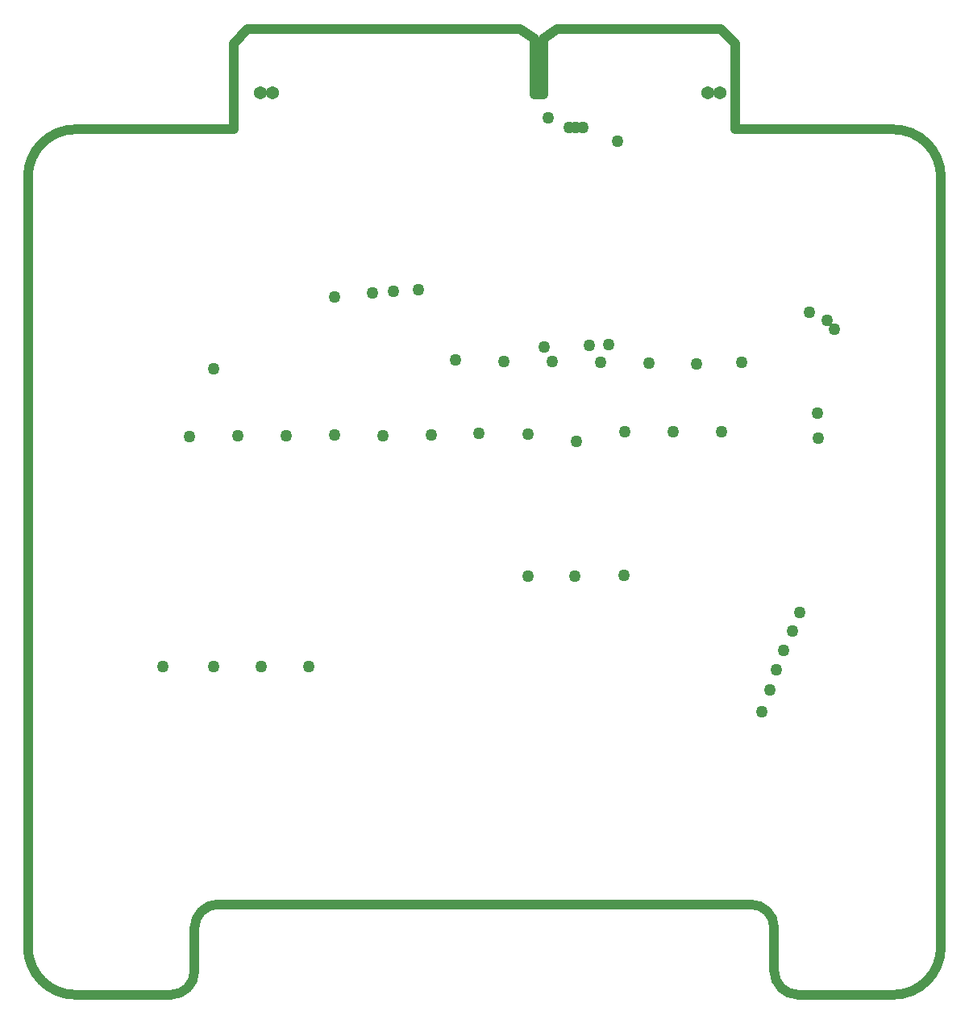
<source format=gbr>
%TF.GenerationSoftware,Altium Limited,Altium Designer,22.11.1 (43)*%
G04 Layer_Physical_Order=2*
G04 Layer_Color=32768*
%FSLAX45Y45*%
%MOMM*%
%TF.SameCoordinates,AD8EF09A-55C0-4CAF-97A9-B7ED8585E017*%
%TF.FilePolarity,Negative*%
%TF.FileFunction,Copper,L2,Inr,Plane*%
%TF.Part,Single*%
G01*
G75*
%TA.AperFunction,NonConductor*%
%ADD17C,1.01600*%
%TA.AperFunction,ViaPad*%
%ADD18C,1.37200*%
%ADD19C,1.27000*%
D17*
Y500000D02*
G03*
X500000Y0I500000J0D01*
G01*
Y9080500D02*
G03*
X0Y8580500I0J-500000D01*
G01*
X9588500D02*
G03*
X9088500Y9080500I-500000J0D01*
G01*
Y0D02*
G03*
X9588500Y500000I0J500000D01*
G01*
X7838500Y250000D02*
G03*
X8088500Y0I250000J0D01*
G01*
X7838500Y700000D02*
G03*
X7588500Y950000I-250000J0D01*
G01*
X2000000D02*
G03*
X1750000Y700000I0J-250000D01*
G01*
X1500000Y0D02*
G03*
X1750000Y250000I-0J250000D01*
G01*
X0Y500000D02*
Y8580500D01*
X500000Y9080500D02*
X2160250D01*
X2160200Y9982500D02*
X2160250Y9080500D01*
X2160200Y9982500D02*
X2310200Y10132300D01*
X5170200D01*
X5320200Y10032300D01*
X5320250Y9444500D01*
X5411200D01*
Y10032300D01*
X5561200Y10132300D01*
Y10132500D01*
X7278200D01*
X7278200Y10132300D02*
X7278200Y10132500D01*
X7278200Y10132300D02*
X7428200Y9982500D01*
Y9080500D02*
Y9982500D01*
Y9080500D02*
X9088500D01*
X9588500Y500000D02*
Y8580500D01*
X8088500Y0D02*
X9088500D01*
X7838500Y250000D02*
Y700000D01*
X2000000Y950000D02*
X7588500D01*
X1750000Y250000D02*
X1750000Y700000D01*
X500000Y0D02*
X1500000D01*
D18*
X7143700Y9460000D02*
D03*
X7270699Y9460001D02*
D03*
X2444699D02*
D03*
X2571699D02*
D03*
D19*
X7862600Y3410000D02*
D03*
X8290000Y6100000D02*
D03*
X8102600Y4010000D02*
D03*
X6780000Y5910000D02*
D03*
X8030000Y3820000D02*
D03*
X7936422Y3610536D02*
D03*
X7497400Y6632001D02*
D03*
X7710000Y2970000D02*
D03*
X7790000Y3200000D02*
D03*
X8470000Y6980000D02*
D03*
X8390000Y7080000D02*
D03*
X8210000Y7160000D02*
D03*
X8302000Y5838000D02*
D03*
X5739999Y4389999D02*
D03*
X2947004Y3440000D02*
D03*
X2450000D02*
D03*
X7286000Y5904000D02*
D03*
X1950000Y3440000D02*
D03*
X4238000Y5872000D02*
D03*
X4997999Y6642001D02*
D03*
X1420000Y3440000D02*
D03*
X6520000Y6630000D02*
D03*
X6190000Y8960000D02*
D03*
X6100000Y6820000D02*
D03*
X6270000Y5910000D02*
D03*
X6256199Y4399080D02*
D03*
X5900000Y6810000D02*
D03*
X6013999Y6636001D02*
D03*
X5826599Y9097400D02*
D03*
X5681399D02*
D03*
X5753999D02*
D03*
X5461601Y9199289D02*
D03*
X5420000Y6800000D02*
D03*
X5250000Y4390000D02*
D03*
X5762000Y5804380D02*
D03*
X5505999Y6644001D02*
D03*
X4100000Y7400000D02*
D03*
X3840000Y7380000D02*
D03*
X7020000Y6620000D02*
D03*
X5254000Y5886000D02*
D03*
X4740000Y5890000D02*
D03*
X4489999Y6659999D02*
D03*
X3730000Y5867993D02*
D03*
X3620000Y7360000D02*
D03*
X3222000Y5878000D02*
D03*
X3220000Y7320000D02*
D03*
X2714000Y5866000D02*
D03*
X2206000Y5864000D02*
D03*
X1949999Y6569999D02*
D03*
X1698000Y5858000D02*
D03*
%TF.MD5,727bf239e363e223499a64a882625935*%
M02*

</source>
